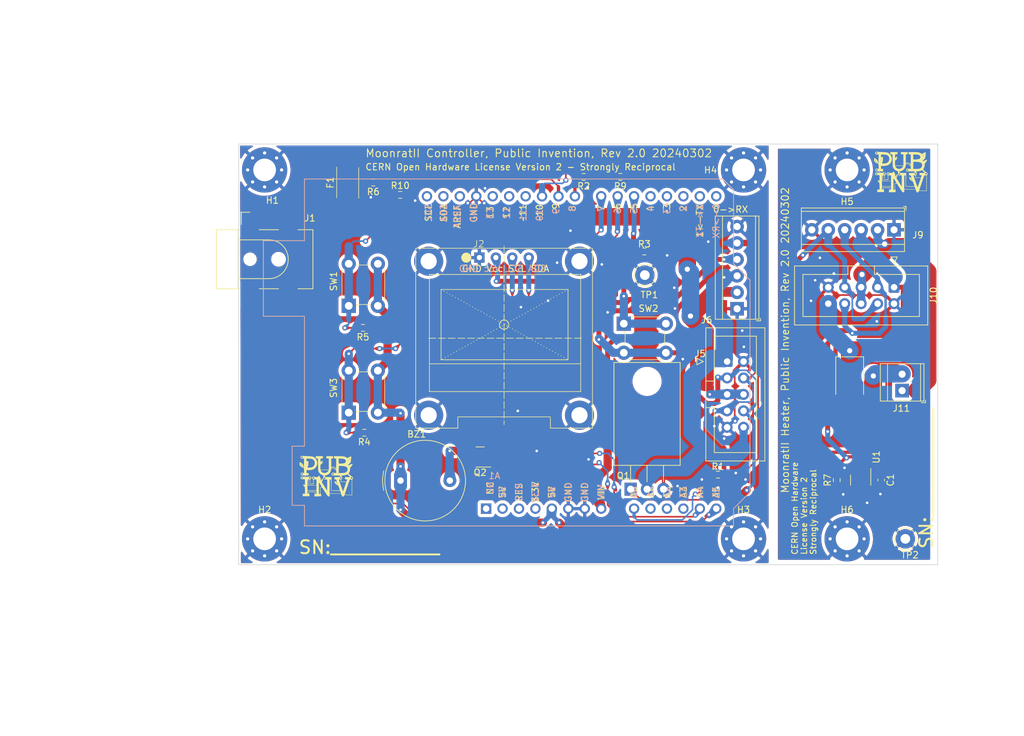
<source format=kicad_pcb>
(kicad_pcb (version 20240108) (generator "pcbnew") (generator_version "8.0")
  (title_block (title "MoonratII") (date "2023-11-20") (rev "1.0") (company "PublicInvention") (comment 1 "GNU Affero General Public License v3.0") (comment 2 "Designed by: Melanie Laporte"))
  (layers (0 "F.Cu" signal) (31 "B.Cu" signal) (34 "B.Paste" user) (35 "F.Paste" user) (36 "B.SilkS" user "B.Silkscreen") (37 "F.SilkS" user "F.Silkscreen") (38 "B.Mask" user) (39 "F.Mask" user) (44 "Edge.Cuts" user))
  (net 0 "")
  (net 5 "+5V")
  (net 6 "GND")
  (net 7 "VCC")
  (net 8 "TEMP_IN")
  (net 12 "SDA")
  (net 13 "SCL")
  (net 19 "BTN_SELECT")
  (net 20 "BTN_UP")
  (net 21 "BTN_DOWN")
  (net 22 "HEATER_ON")
  (net 23 "BUZZER_ON")
  (net 24 "Net-(A1-D8)")
  (net 25 "Net-(A1-D10)")
  (net 32 "HeaterDrive")
  (net 33 "Net-(BZ1-+)")
  (net 34 "Net-(F1-Pad2)")
  (net 35 "TempOut")
  (net 36 "Net-(D1-A)")
  (net 37 "Net-(Q2-G)")
  (net 38 "HeaterDrive_IB")
  (net 39 "GND1")
  (net 40 "VCCQ")
  (net 41 "+5P")
  (net 42 "TempOut_IB")
  (net 43 "Net-(U1-{slash}SHUTDOWN)")
  (footprint "GeneralPurposeAlarmDevicePCB:MountingHole_3.5mm_Pad_Via" (layer "F.Cu") (at 54 146)
    (property "Reference" "H2")
    (property "Value" "MountingHole_Pad_3.5mm")
  )
  (footprint "Resistor_SMD:R_0603_1608Metric_Pad0.98x0.95mm_HandSolder" (layer "F.Cu") (at 103.3 90.079714 180)
    (property "Reference" "R2")
    (property "Value" "DNI")
  )
  (footprint "TestPoint:TestPoint_Loop_D2.54mm_Drill1.5mm_Beaded" (layer "F.Cu") (at 153 146)
    (property "Reference" "TP2")
    (property "Value" "TP_GND")
  )
  (footprint "GeneralPurposeAlarmDevicePCB:Logo_PI_BandW_70percent_10x10" (layer "F.Cu") (at 63.5 136.525)
    (property "Reference" "G***" (hide yes))
    (property "Value" "LOGO" (hide yes))
  )
  (footprint "GeneralPurposeAlarmDevicePCB:Switch_Tactile_THT_6x6mm" (layer "F.Cu") (at 67 110 90)
    (property "Reference" "SW1")
    (property "Value" "6mm 2 Pin Tact NO Breadboard Friendly")
  )
  (footprint "GeneralPurposeAlarmDevicePCB:MountingHole_3.5mm_Pad_Via" (layer "F.Cu") (at 128 146)
    (property "Reference" "H3")
    (property "Value" "MountingHole_Pad_3.5mm")
  )
  (footprint "GeneralPurposeAlarmDevicePCB:1x6P 20A -40℃~+105℃ 300V Green 12~30 Straight pin 5.08mm 2.5 1 6 Plugin,P=5.08mm Screw terminal ROHS" (layer "F.Cu") (at 151.25 98.25 180)
    (property "Reference" "J9")
    (property "Value" "Screw_Terminal_01x06")
  )
  (footprint "Resistor_SMD:R_0603_1608Metric_Pad0.98x0.95mm_HandSolder" (layer "F.Cu") (at 142.4 136.929714 90)
    (property "Reference" "R7")
    (property "Value" "1R")
  )
  (footprint "Connector_IDC:IDC-Header_2x05_P2.54mm_Vertical" (layer "F.Cu") (at 151.25 107.125 -90)
    (property "Reference" "J10")
    (property "Value" "Conn_02x05_Odd_Even")
  )
  (footprint "GeneralPurposeAlarmDevicePCB:BarrelJack_CLIFF_FC681465S_SMT_Horizontal" (layer "F.Cu") (at 54.65 102.8)
    (property "Reference" "J1")
    (property "Value" "Barrel_Jack_Switch_SMT")
  )
  (footprint "Resistor_SMD:R_0603_1608Metric_Pad0.98x0.95mm_HandSolder" (layer "F.Cu") (at 74.9545 92.850714)
    (property "Reference" "R10")
    (property "Value" "10K")
  )
  (footprint "Resistor_SMD:R_0603_1608Metric_Pad0.98x0.95mm_HandSolder" (layer "F.Cu") (at 112.6725 101.6 180)
    (property "Reference" "R3")
    (property "Value" "1K")
  )
  (footprint "GeneralPurposeAlarmDevicePCB:Switch_Tactile_THT_6x6mm" (layer "F.Cu") (at 67 126.5 90)
    (property "Reference" "SW3")
    (property "Value" "6mm 2 Pin Tact NO Breadboard Friendly")
  )
  (footprint "GeneralPurposeAlarmDevicePCB:Fuse_BSMD_1812" (layer "F.Cu") (at 66.840707 90.964293 90)
    (property "Reference" "F1")
    (property "Value" "Polyfuse 6A")
  )
  (footprint "GeneralPurposeAlarmDevicePCB:1x6P 20A -40℃~+105℃ 300V Green 12~30 Straight pin 5.08mm 2.5 1 6 Plugin,P=5.08mm Screw terminal ROHS" (layer "F.Cu") (at 127 110.45 90)
    (property "Reference" "J6")
    (property "Value" "Screw_Terminal_01x06")
  )
  (footprint "TestPoint:TestPoint_Loop_D2.54mm_Drill1.5mm_Beaded" (layer "F.Cu") (at 112.749993 105.250005)
    (property "Reference" "TP1")
    (property "Value" "TP_GND")
  )
  (footprint "TerminalBlock_TE-Connectivity:TerminalBlock_TE_282834-2_1x02_P2.54mm_Horizontal" (layer "F.Cu") (at 152.5 123.099714 90)
    (property "Reference" "J11")
    (property "Value" "Screw_Terminal_01x02")
  )
  (footprint "GeneralPurposeAlarmDevicePCB:MountingHole_3.5mm_Pad_Via" (layer "F.Cu") (at 144 146)
    (property "Reference" "H6")
    (property "Value" "MountingHole_Pad_3.5mm")
  )
  (footprint "Package_TO_SOT_THT:TO-220-3_Horizontal_TabDown" (layer "F.Cu") (at 110.55 138.329714)
    (property "Reference" "Q1")
    (property "Value" "IRF540N")
  )
  (footprint "GeneralPurposeAlarmDevicePCB:MountingHole_3.5mm_Pad_Via" (layer "F.Cu") (at 128 89)
    (property "Reference" "H4")
    (property "Value" "MountingHole_Pad_3.5mm")
  )
  (footprint "GeneralPurposeAlarmDevicePCB:MountingHole_3.5mm_Pad_Via" (layer "F.Cu") (at 54 89)
    (property "Reference" "H1")
    (property "Value" "MountingHole_Pad_3.5mm")
  )
  (footprint "GeneralPurposeAlarmDevicePCB:Buzzer_12.2mm_9.7mm_7.62mm" (layer "F.Cu") (at 75 137)
    (property "Reference" "BZ1")
    (property "Value" "Buzzer_D12mm_H9.6mm_LS7.6mm")
  )
  (footprint "Resistor_SMD:R_0603_1608Metric_Pad0.98x0.95mm_HandSolder" (layer "F.Cu") (at 69.4 129.6 180)
    (property "Reference" "R4")
    (property "Value" "1K")
  )
  (footprint "GeneralPurposeAlarmDevicePCB:OLED_HS96L03W2C03_0.96_WithNuts" (layer "F.Cu") (at 91 115)
    (property "Reference" "J2")
    (property "Value" "HS96L03W2C03_0.96_Oled" (hide yes))
  )
  (footprint "GeneralPurposeAlarmDevicePCB:Switch_Tactile_THT_6x6mm" (layer "F.Cu") (at 109.5 112.75)
    (property "Reference" "SW2")
    (property "Value" "6mm 2 Pin Tact NO Breadboard Friendly")
  )
  (footprint "Diode_SMD:D_SMB" (layer "F.Cu") (at 144.4 121.53 -90)
    (property "Reference" "D1" (hide yes))
    (property "Value" "Schottky 2A")
  )
  (footprint "Resistor_SMD:R_0603_1608Metric_Pad0.98x0.95mm_HandSolder" (layer "F.Cu") (at 69.2 113.4 180)
    (property "Reference" "R5")
    (property "Value" "1K")
  )
  (footprint "GeneralPurposeAlarmDevicePCB:Logo_PI_BandW_70percent_10x10" (layer "F.Cu") (at 152.275427 89.535)
    (property "Reference" "G***" (hide yes))
    (property "Value" "LOGO" (hide yes))
  )
  (footprint "Resistor_SMD:R_0603_1608Metric_Pad0.98x0.95mm_HandSolder" (layer "F.Cu") (at 124.05 136.079714)
    (property "Reference" "R1")
    (property "Value" "1R")
  )
  (footprint "GeneralPurposeAlarmDevicePCB:MountingHole_3.5mm_Pad_Via" (layer "F.Cu") (at 144 89)
    (property "Reference" "H5")
    (property "Value" "MountingHole_Pad_3.5mm")
  )
  (footprint "Resistor_SMD:R_0603_1608Metric_Pad0.98x0.95mm_HandSolder" (layer "F.Cu") (at 108.9625 90.079714 180)
    (property "Reference" "R9")
    (property "Value" "1K")
  )
  (footprint "Capacitor_SMD:C_0603_1608Metric_Pad1.08x0.95mm_HandSolder" (layer "F.Cu") (at 149.273 136.919714 -90)
    (property "Reference" "C1")
    (property "Value" "0.1uF")
  )
  (footprint "Package_TO_SOT_SMD:SOT-23" (layer "F.Cu") (at 87.2975 133.35 180)
    (property "Reference" "Q2")
    (property "Value" "BSS138")
  )
  (footprint "Package_TO_SOT_SMD:SOT-23-5" (layer "F.Cu") (at 146.1 136.929714 -90)
    (property "Reference" "U1")
    (property "Value" "TMP36GRTZ-REEL7")
  )
  (footprint "Connector_IDC:IDC-Header_2x05_P2.54mm_Vertical" (layer "F.Cu") (at 125.46 118.6)
    (property "Reference" "J5")
    (property "Value" "Conn_02x05_Odd_Even")
  )
  (footprint "Resistor_SMD:R_0603_1608Metric_Pad0.98x0.95mm_HandSolder" (layer "F.Cu") (at 70.787 90.945714 180)
    (property "Reference" "R6")
    (property "Value" "1K")
  )
  (footprint "GeneralPurposeAlarmDevicePCB:Arduino_UNO_R3_NoMountingHoles3D_Text_Top_&_Bottom" (layer "B.Cu") (at 88.225 141.33)
    (property "Reference" "A1")
    (property "Value" "Arduino_UNO_R3")
  )
  (gr_line (start 50 150) (end 158 150) (stroke (width 0.1)) (layer "Edge.Cuts"))
  (gr_line (start 158 85) (end 50 85) (stroke (width 0.1)) (layer "Edge.Cuts"))
  (gr_line (start 50 85) (end 50 150) (stroke (width 0.1)) (layer "Edge.Cuts"))
  (gr_line (start 158 150) (end 158 85) (stroke (width 0.1)) (layer "Edge.Cuts"))
  (gr_text "MoonratII Heater, Public Invention, Rev 2.0 20240302" (at 135.1 139.029714 90) (layer "F.SilkS") (effects (font (size 1.143 1.143) (thickness 0.1524)) (justify left bottom)))
  (gr_text "SN:___________" (at 59.103 148.476714 0) (layer "F.SilkS") (effects (font (size 2 2) (thickness 0.3)) (justify left bottom)))
  (gr_text "SN:___________" (at 157.401 147.714714 90) (layer "F.SilkS") (effects (font (size 2 2) (thickness 0.3)) (justify left bottom)))
  (gr_text "CERN Open Hardware \nLicense Version 2 \nStrongly Reciprocal\n" (at 139.3 148.529714 90) (layer "F.SilkS") (effects (font (size 0.889 0.889)) (justify left bottom)))
  (gr_text "MoonratII Controller, Public Invention, Rev 2.0 20240302" (at 69.5 87.129714 0) (layer "F.SilkS") (effects (font (size 1.2192 1.2192) (thickness 0.1524)) (justify left bottom)))
  (gr_text "CERN Open Hardware License Version 2 - Strongly Reciprocal" (at 69.5 89.129714 0) (layer "F.SilkS") (effects (font (size 1 1)) (justify left bottom)))
  (segment (start 116 117.25) (end 119.129714 117.25) (width 0.762) (layer "F.Cu") (net 5))
  (segment (start 71.5 110) (end 73 111.5) (width 1.27) (layer "F.Cu") (net 5))
  (segment (start 73.2 118.8) (end 72.7 118.8) (width 1.27) (layer "F.Cu") (net 5))
  (segment (start 105.65 115.2) (end 105.65 109.531) (width 0.762) (layer "F.Cu") (net 5))
  (segment (start 122.55 144.829714) (end 122.3 144.829714) (width 0.762) (layer "F.Cu") (net 5))
  (segment (start 125 102.83) (end 123.549714 102.83) (width 0.762) (layer "F.Cu") (net 5))
  (segment (start 110.37663 109.010714) (end 109.906344 109.481) (width 0.762) (layer "F.Cu") (net 5))
  (segment (start 99.5 143.5) (end 100.829714 144.829714) (width 1.27) (layer "F.Cu") (net 5))
  (segment (start 126 141.379714) (end 122.55 144.829714) (width 0.762) (layer "F.Cu") (net 5))
  (segment (start 126 141) (end 128.5 138.5) (width 1.27) (layer "F.Cu") (net 5))
  (segment (start 89.8 106.2) (end 97.870286 106.2) (width 0.762) (layer "F.Cu") (net 5))
  (segment (start 123.549714 102.83) (end 117.369 109.010714) (width 0.762) (layer "F.Cu") (net 5))
  (segment (start 120.119 118.239286) (end 120.119 119.779868) (width 0.762) (layer "F.Cu") (net 5))
  (segment (start 100.829714 144.829714) (end 122.3 144.829714) (width 1.27) (layer "F.Cu") (net 5))
  (segment (start 124.019 124.610714) (end 124.019 121.000951) (width 0.762) (layer "F.Cu") (net 5))
  (segment (start 119.869 122.648714) (end 122.3 125.079714) (width 0.762) (layer "F.Cu") (net 5))
  (segment (start 122.3 125.079714) (end 123.55 125.079714) (width 0.762) (layer "F.Cu") (net 5))
  (segment (start 105.65 109.531) (end 105.6 109.481) (width 0.381) (layer "F.Cu") (net 5))
  (segment (start 75 141.5) (end 77 143.5) (width 1.27) (layer "F.Cu") (net 5))
  (segment (start 72.7 118.8) (end 71.5 120) (width 1.27) (layer "F.Cu") (net 5))
  (segment (start 97.870286 106.2) (end 101.151286 109.481) (width 0.762) (layer "F.Cu") (net 5))
  (segment (start 109.906344 109.481) (end 105.6 109.481) (width 0.762) (layer "F.Cu") (net 5))
  (segment (start 101.151286 109.481) (end 105.6 109.481) (width 0.762) (layer "F.Cu") (net 5))
  (segment (start 120.119 119.779868) (end 119.869 120.029868) (width 0.762) (layer "F.Cu") (net 5))
  (segment (start 75 130) (end 75 126.6) (width 1.27) (layer "F.Cu") (net 5))
  (segment (start 119.869 120.029868) (end 119.869 122.648714) (width 0.762) (layer "F.Cu") (net 5))
  (segment (start 119.129714 117.25) (end 120.119 118.239286) (width 0.762) (layer "F.Cu") (net 5))
  (segment (start 73 118.6) (end 73.2 118.8) (width 1.27) (layer "F.Cu") (net 5))
  (segment (start 123.55 125.079714) (end 124.019 124.610714) (width 0.762) (layer "F.Cu") (net 5))
  (segment (start 126 141) (end 126 141.379714) (width 0.762) (layer "F.Cu") (net 5))
  (segment (start 77 143.5) (end 97 143.5) (width 1.27) (layer "F.Cu") (net 5))
  (segment (start 117.369 109.010714) (end 110.37663 109.010714) (width 0.762) (layer "F.Cu") (net 5))
  (segment (start 75 134.8) (end 75 130) (width 1.27) (layer "F.Cu") (net 5))
  (segment (start 73 111.5) (end 73 118.6) (width 1.27) (layer "F.Cu") (net 5))
  (via (at 75 126.6) (size 0.8) (drill 0.4) (layers "F.Cu" "B.Cu") (net 5))
  (via (at 128.5 138.5) (size 0.8) (drill 0.4) (layers "F.Cu" "B.Cu") (net 5))
  (via (at 124.019 121.000951) (size 0.8) (drill 0.4) (layers "F.Cu" "B.Cu") (net 5))
  (via (at 75 134.8) (size 0.8) (drill 0.4) (layers "F.Cu" "B.Cu") (net 5))
  (via (at 125 102.83) (size 0.8) (drill 0.4) (layers "F.Cu" "B.Cu") (net 5))
  (via (at 99.5 143.5) (size 0.8) (drill 0.4) (layers "F.Cu" "B.Cu") (net 5))
  (via (at 105.65 115.2) (size 0.8) (drill 0.4) (layers "F.Cu" "B.Cu") (net 5))
  (via (at 89.8 106.2) (size 0.8) (drill 0.4) (layers "F.Cu" "B.Cu") (net 5))
  (via (at 97 143.5) (size 0.8) (drill 0.4) (layers "F.Cu" "B.Cu") (net 5))
  (via (at 75 141.5) (size 0.8) (drill 0.4) (layers "F.Cu" "B.Cu") (net 5))
  (segment (start 125 102.83) (end 127 102.83) (width 1) (layer "B.Cu") (net 5))
  (segment (start 71.5 120) (end 71.5 126.5) (width 1.27) (layer "B.Cu") (net 5))
  (segment (start 98.385 141.33) (end 98.385 142.115) (width 0.762) (layer "B.Cu") (net 5))
  (segment (start 89.8 106.2) (end 90 106) (width 0.762) (layer "B.Cu") (net 5))
  (segment (start 129.604 127.824) (end 128 126.22) (width 0.508) (layer "B.Cu") (net 5))
  (segment (start 125.873 121.14) (end 127.05 119.963) (width 0.762) (layer "B.Cu") (net 5))
  (segment (start 97 143.5) (end 98.385 142.115) (width 0.762) (layer "B.Cu") (net 5))
  (segment (start 125.46 121.14) (end 125.873 121.14) (width 0.762) (layer "B.Cu") (net 5))
  (segment (start 75 137) (end 75 141.5) (width 1.27) (layer "B.Cu") (net 5))
  (segment (start 99.5 143.5) (end 98.385 142.385) (width 0.762) (layer "B.Cu") (net 5))
  (segment (start 105.65 115.05) (end 107.85 117.25) (width 1.27) (layer "B.Cu") (net 5))
  (segment (start 125.46 121.14) (end 124.158049 121.14) (width 0.762) (layer "B.Cu") (net 5))
  (segment (start 90 106) (end 90 102.81) (width 0.762) (layer "B.Cu") (net 5))
  (segment (start 75 137) (end 75 134.8) (width 1.27) (layer "B.Cu") (net 5))
  (segment (start 128.5 138.5) (end 129.604 137.396) (width 0.508) (layer "B.Cu") (net 5))
  (segment (start 130 121.47547) (end 128.48753 119.963) (width 0.254) (layer "B.Cu") (net 5))
  (segment (start 98.385 142.385) (end 98.385 141.33) (width 0.762) (layer "B.Cu") (net 5))
  (segment (start 71.5 103.5) (end 71.5 110) (width 1.27) (layer "B.Cu") (net 5))
  (segment (start 129.604 137.396) (end 129.604 127.824) (width 0.508) (layer "B.Cu") (net 5))
  (segment (start 74.9 126.5) (end 75 126.6) (width 1.27) (layer "B.Cu") (net 5))
  (segment (start 109.5 117.25) (end 116 117.25) (width 1.27) (layer "B.Cu") (net 5))
  (segment (start 90 102.81) (end 89.73 102.54) (width 0.762) (layer "B.Cu") (net 5))
  (segment (start 71.5 126.5) (end 74.9 126.5) (width 1.27) (layer "B.Cu") (net 5))
  (segment (start 128.88 126.22) (end 128 126.22) (width 0.254) (layer "B.Cu") (net 5))
  (segment (start 128.48753 119.963) (end 127.05 119.963) (width 0.254) (layer "B.Cu") (net 5))
  (segment (start 130 125.1) (end 128.88 126.22) (width 0.508) (layer "B.Cu") (net 5))
  (segment (start 107.85 117.25) (end 109.5 117.25) (width 1.27) (layer "B.Cu") (net 5))
  (segment (start 124.158049 121.14) (end 124.019 121.000951) (width 0.762) (layer "B.Cu") (net 5))
  (segment (start 130 125.1) (end 130 121.47547) (width 0.254) (layer "B.Cu") (net 5))
  (segment (start 85.392 94.374714) (end 85.400286 94.374714) (width 0.25) (layer "F.Cu") (net 6))
  (segment (start 128 118.6) (end 126.635 119.965) (width 0.5) (layer "F.Cu") (net 6))
  (segment (start 126.42 127.8) (end 125.46 128.76) (width 0.25) (layer "F.Cu") (net 6))
  (segment (start 86.705 93.07) (end 87.755714 94.120714) (width 0.25) (layer "F.Cu") (net 6))
  (segment (start 126.635 127.735) (end 126.7 127.8) (width 0.25) (layer "F.Cu") (net 6))
  (segment (start 85.400286 94.374714) (end 86.705 93.07) (width 0.25) (layer "F.Cu") (net 6))
  (segment (start 87.755714 94.120714) (end 87.931998 94.120714) (width 0.25) (layer "F.Cu") (net 6))
  (segment (start 126.635 119.965) (end 126.635 127.735) (width 0.25) (layer "F.Cu") (net 6))
  (segment (start 126.7 127.8) (end 126.42 127.8) (width 0.25) (layer "F.Cu") (net 6))
  (via (at 126.7 127.8) (size 0.8) (drill 0.4) (layers "F.Cu" "B.Cu") (net 6))
  (via (at 97.8 109.2) (size 0.8) (drill 0.4) (layers "F.Cu" "B.Cu") (net 6))
  (via (at 104.05 133.725) (size 0.8) (drill 0.4) (layers "F.Cu" "B.Cu") (net 6))
  (via (at 103.934 91.707714) (size 0.8) (drill 0.4) (layers "F.Cu" "B.Cu") (net 6))
  (via (at 93.12 126.229714) (size 0.8) (drill 0.4) (layers "F.Cu" "B.Cu") (net 6))
  (via (at 87.931998 94.120714) (size 0.8) (drill 0.4) (layers "F.Cu" "B.Cu") (net 6))
  (via (at 118.616155 118.231) (size 0.8) (drill 0.4) (layers "F.Cu" "B.Cu") (net 6))
  (via (at 107 111) (size 0.8) (drill 0.4) (layers "F.Cu" "B.Cu") (net 6))
  (via (at 125 130.5) (size 0.8) (drill 0.4) (layers "F.Cu" "B.Cu") (net 6))
  (via (at 117.8 137.829714) (size 0.8) (drill 0.4) (layers "F.Cu" "B.Cu") (net 6))
  (via (at 77.264 93.739714) (size 0.8) (drill 0.4) (layers "F.Cu" "B.Cu") (net 6))
  (via (at 116.2 102.2) (size 0.8) (drill 0.4) (layers "F.Cu" "B.Cu") (net 6))
  (via (at 128.3 136.829714) (size 0.8) (drill 0.4) (layers "F.Cu" "B.Cu") (net 6))
  (via (at 121.55 136.829714) (size 0.8) (drill 0.4) (layers "F.Cu" "B.Cu") (net 6))
  (via (at 96.04 132.419714) (size 0.8) (drill 0.4) (layers "F.Cu" "B.Cu") (net 6))
  (via (at 85.392 94.120714) (size 0.8) (drill 0.4) (layers "F.Cu" "B.Cu") (net 6))
  (via (at 122.55 100.079714) (size 0.8) (drill 0.4) (layers "F.Cu" "B.Cu") (net 6))
  (via (at 117.4 110.4) (size 0.8) (drill 0.4) (layers "F.Cu" "B.Cu") (net 6))
  (via (at 88.059 91.834714) (size 0.8) (drill 0.4) (layers "F.Cu" "B.Cu") (net 6))
  (via (at 99.2 103.329714) (size 0.8) (drill 0.4) (layers "F.Cu" "B.Cu") (net 6))
  (via (at 106.1 103.6) (size 0.8) (drill 0.4) (layers "F.Cu" "B.Cu") (net 6))
  (via (at 117.3 107.2) (size 0.8) (drill 0.4) (layers "F.Cu" "B.Cu") (net 6))
  (via (at 127.8 113.829714) (size 0.8) (drill 0.4) (layers "F.Cu" "B.Cu") (net 6))
  (via (at 93.6 110.2) (size 0.8) (drill 0.4) (layers "F.Cu" "B.Cu") (net 6))
  (via (at 101.250879 98.384281) (size 0.8) (drill 0.4) (layers "F.Cu" "B.Cu") (net 6))
  (via (at 70.406 93.231714) (size 0.8) (drill 0.4) (layers "F.Cu" "B.Cu") (net 6))
  (via (at 126.8 135.829714) (size 0.8) (drill 0.4) (layers "F.Cu" "B.Cu") (net 6))
  (via (at 128.05 116.329714) (size 0.8) (drill 0.4) (layers "F.Cu" "B.Cu") (net 6))
  (via (at 124.05 138.079714) (size 0.8) (drill 0.4) (layers "F.Cu" "B.Cu") (net 6))
  (via (at 123.489658 128.574284) (size 0.8) (drill 0.4) (layers "F.Cu" "B.Cu") (net 6))
  (segment (start 117.79 138.329714) (end 115.63 138.329714) (width 0.25) (layer "B.Cu") (net 6))
  (segment (start 109.649 139.840714) (end 117.777 139.840714) (width 0.25) (layer "B.Cu") (net 6))
  (segment (start 103.426 143.650714) (end 104.061 144.285714) (width 0.25) (layer "B.Cu") (net 6))
  (segment (start 108.252 141.237714) (end 109.649 139.840714) (width 0.25) (layer "B.Cu") (net 6))
  (segment (start 107.744 144.285714) (end 108.252 143.777714) (width 0.25) (layer "B.Cu") (net 6))
  (segment (start 118.285 139.332714) (end 118.285 138.824714) (width 0.25) (layer "B.Cu") (net 6))
  (segment (start 117.777 139.840714) (end 118.285 139.332714) (width 0.25) (layer "B.Cu") (net 6))
  (segment (start 104.061 144.285714) (end 107.744 144.285714) (width 0.25) (layer "B.Cu") (net 6))
  (segment (start 108.252 143.777714) (end 108.252 141.237714) (width 0.25) (layer "B.Cu") (net 6))
  (segment (start 118.285 138.824714) (end 117.79 138.329714) (width 0.25) (layer "B.Cu") (net 6))
  (segment (start 103.465 143.611714) (end 103.426 143.650714) (width 0.25) (layer "B.Cu") (net 6))
  (segment (start 103.465 141.33) (end 103.465 143.611714) (width 0.25) (layer "B.Cu") (net 6))
  (segment (start 107 135.005) (end 107 131.769714) (width 1.27) (layer "F.Cu") (net 7))
  (segment (start 119.8 111.579714) (end 123.529714 107.85) (width 2.7) (layer "F.Cu") (net 7))
  (segment (start 122.05 113.930934) (end 122.05 121.829714) (width 2.7) (layer "F.Cu") (net 7))
  (segment (start 107 132) (end 107 116.2) (width 0.762) (layer "F.Cu") (net 7))
  (segment (start 126.94 107.85) (end 127 107.91) (width 1.27) (layer "F.Cu") (net 7))
  (segment (start 119.8 111.680934) (end 122.05 113.930934) (width 2.7) (layer "F.Cu") (net 7))
  (segment (start 108.2 115) (end 121.8 115) (width 0.762) (layer "F.Cu") (net 7))
  (segment (start 122 114.8) (end 121.8 115) (width 0.508) (layer "F.Cu") (net 7))
  (segment (start 123.529714 107.85) (end 126.94 107.85) (width 1.5) (layer "F.Cu") (net 7))
  (segment (start 105.32 136.685) (end 105.32 140.645) (width 0.762) (layer "F.Cu") (net 7))
  (segment (start 106.005 136) (end 105.32 136.685) (width 0.762) (layer "F.Cu") (net 7))
  (segment (start 107 116.2) (end 108.2 115) (width 0.762) (layer "F.Cu") (net 7))
  (segment (start 115.617284 96.246998) (end 119.309576 99.93929) (width 2.7) (layer "F.Cu") (net 7))
  (segment (start 66.840707 93.429293) (end 69.658412 96.246998) (width 2.7) (layer "F.Cu") (net 7))
  (segment (start 105.32 140.645) (end 106.005 141.33) (width 0.762) (layer "F.Cu") (net 7))
  (segment (start 69.658412 96.246998) (end 115.617284 96.246998) (width 2.7) (layer "F.Cu") (net 7))
  (segment (start 119.8 111.579714) (end 119.8 111.680934) (width 2.7) (layer "F.Cu") (net 7))
  (segment (start 106.005 136) (end 107 135.005) (width 1.27) (layer "F.Cu") (net 7))
  (segment (start 119.309576 99.93929) (end 119.309576 104.33929) (width 2.7) (layer "F.Cu") (net 7))
  (segment (start 122.784 123.68) (end 122.784 122.563714) (width 1.27) (layer "F.Cu") (net 7))
  (segment (start 122.784 122.563714) (end 122.05 121.829714) (width 1.27) (layer "F.Cu") (net 7))
  (via (at 119.8 111.579714) (size 1.2) (drill 0.8) (layers "F.Cu" "B.Cu") (net 7))
  (via (at 122.784 123.68) (size 0.8) (drill 0.4) (layers "F.Cu" "B.Cu") (net 7))
  (via (at 119.309576 104.33929) (size 1.2) (drill 0.8) (layers "F.Cu" "B.Cu") (net 7))
  (segment (start 125.46 123.68) (end 125.499 123.641) (width 1.27) (layer "B.Cu") (net 7))
  (segment (start 125.46 123.68) (end 122.784 123.68) (width 1.27) (layer "B.Cu") (net 7))
  (segment (start 127.961 123.641) (end 128 123.68) (width 1.27) (layer "B.Cu") (net 7))
  (segment (start 119.8 111.579714) (end 119.8 104.829714) (width 2.7) (layer "B.Cu") (net 7))
  (segment (start 119.8 104.829714) (end 119.309576 104.33929) (width 2.7) (layer "B.Cu") (net 7))
  (segment (start 125.499 123.641) (end 127.961 123.641) (width 1.27) (layer "B.Cu") (net 7))
  (segment (start 120.8875 139.079714) (end 120.55 139.079714) (width 0.25) (layer "F.Cu") (net 8))
  (segment (start 123.1375 136.829714) (end 120.8875 139.079714) (width 0.25) (layer "F.Cu") (net 8))
  (segment (start 123.1375 136.079714) (end 123.1375 136.829714) (width 0.25) (layer "F.Cu") (net 8))
  (via (at 120.55 139.079714) (size 0.8) (drill 0.4) (layers "F.Cu" "B.Cu") (net 8))
  (segment (start 120.12 141.505991) (end 120.12 139.509714) (width 0.25) (layer "B.Cu") (net 8))
  (segment (start 118.546277 143.079714) (end 120.12 141.505991) (width 0.25) (layer "B.Cu") (net 8))
  (segment (start 111.085 142.614714) (end 111.085 141.33) (width 0.508) (layer "B.Cu") (net 8))
  (segment (start 120.12 139.509714) (end 120.55 139.079714) (width 0.25) (layer "B.Cu") (net 8))
  (segment (start 111.55 143.079714) (end 111.085 142.614714) (width 0.25) (layer "B.Cu") (net 8))
  (segment (start 118.546277 143.079714) (end 111.55 143.079714) (width 0.25) (layer "B.Cu") (net 8))
  (segment (start 109.8 142.579714) (end 120.3 142.579714) (width 0.25) (layer "F.Cu") (net 12))
  (segment (start 108 138) (end 108 139.029714) (width 0.25) (layer "F.Cu") (net 12))
  (segment (start 94.81 126.979714) (end 100.62973 132.799444) (width 0.25) (layer "F.Cu") (net 12))
  (segment (start 94.81 107.6) (end 94.81 126.979714) (width 0.25) (layer "F.Cu") (net 12))
  (segment (start 120.3 142.579714) (end 120.55 142.329714) (width 0.25) (layer "F.Cu") (net 12))
  (segment (start 108 140.779714) (end 109.8 142.579714) (width 0.25) (layer "F.Cu") (net 12))
  (segment (start 108 139.029714) (end 108 140.779714) (width 0.25) (layer "F.Cu") (net 12))
  (segment (start 100.62973 132.799444) (end 105.765 132.799444) (width 0.25) (layer "F.Cu") (net 12))
  (via (at 120.55 142.329714) (size 0.8) (drill 0.4) (layers "F.Cu" "B.Cu") (net 12))
  (via (at 108 138) (size 0.8) (drill 0.4) (layers "F.Cu" "B.Cu") (net 12))
  (via (at 105.765 132.799444) (size 0.8) (drill 0.4) (layers "F.Cu" "B.Cu") (net 12))
  (via (at 94.81 107.6) (size 0.8) (drill 0.4) (layers "F.Cu" "B.Cu") (net 12))
  (segment (start 121.245 141.634714) (end 120.55 142.329714) (width 0.762) (layer "B.Cu") (net 12))
  (segment (start 108 133.75) (end 107.049444 132.799444) (width 0.25) (layer "B.Cu") (net 12))
  (segment (start 94.81 102.54) (end 94.81 107.6) (width 0.762) (layer "B.Cu") (net 12))
  (segment (start 121.245 141.33) (end 121.245 141.634714) (width 0.762) (layer "B.Cu") (net 12))
  (segment (start 107.049444 132.799444) (end 105.765 132.799444) (width 0.25) (layer "B.Cu") (net 12))
  (segment (start 108 138) (end 108 133.75) (width 0.25) (layer "B.Cu") (net 12))
  (segment (start 122.66 142.2655) (end 121.595786 143.329714) (width 0.25) (layer "F.Cu") (net 13))
  (segment (start 109.55 143.329714) (end 107 140.779714) (width 0.25) (layer "F.Cu") (net 13))
  (segment (start 105.409714 134.5) (end 105.68 134.229714) (width 0.25) (layer "F.Cu") (net 13))
  (segment (start 97.014981 134.5) (end 105.409714 134.5) (width 0.25) (layer "F.Cu") (net 13))
  (segment (start 107 140.779714) (end 107 137.5) (width 0.25) (layer "F.Cu") (net 13))
  (segment (start 121.595786 143.329714) (end 109.55 143.329714) (width 0.25) (layer "F.Cu") (net 13))
  (segment (start 92.27 129.755019) (end 97.014981 134.5) (width 0.25) (layer "F.Cu") (net 13))
  (segment (start 92.27 107.6) (end 92.27 129.755019) (width 0.25) (layer "F.Cu") (net 13))
  (via (at 107 137.5) (size 0.8) (drill 0.4) (layers "F.Cu" "B.Cu") (net 13))
  (via (at 105.68 134.229714) (size 0.8) (drill 0.4) (layers "F.Cu" "B.Cu") (net 13))
  (via (at 92.27 107.6) (size 0.8) (drill 0.4) (layers "F.Cu" "B.Cu") (net 13))
  (via (at 122.66 142.2655) (size 0.8) (drill 0.4) (layers "F.Cu" "B.Cu") (net 13))
  (segment (start 123.785 141.33) (end 122.66 142.455) (width 0.762) (layer "B.Cu") (net 13))
  (segment (start 107 137.5) (end 107 135.549714) (width 0.25) (layer "B.Cu") (net 13))
  (segment (start 92.27 107.6) (end 92.27 102.54) (width 0.762) (layer "B.Cu") (net 13))
  (segment (start 107 135.549714) (end 105.68 134.229714) (width 0.25) (layer "B.Cu") (net 13))
  (segment (start 111.76 101.6) (end 109.5 101.6) (width 0.381) (layer "F.Cu") (net 19))
  (segment (start 109.5 101.6) (end 109.5 108.5) (width 0.762) (layer "F.Cu") (net 19))
  (segment (start 110.999997 100.100003) (end 110.999997 98.819717) (width 0.762) (layer "F.Cu") (net 19))
  (segment (start 109.5 101.6) (end 110.999997 100.100003) (width 0.762) (layer "F.Cu") (net 19))
  (via (at 110.999997 98.819717) (size 0.8) (drill 0.4) (layers "F.Cu" "B.Cu") (net 19))
  (via (at 109.5 108.5) (size 0.8) (drill 0.4) (layers "F.Cu" "B.Cu") (net 19))
  (segment (start 109.5 112.75) (end 116 112.75) (width 1.27) (layer "B.Cu") (net 19))
  (segment (start 111.085 93.07) (end 111.085 98.734714) (width 0.762) (layer "B.Cu") (net 19))
  (segment (start 111.085 98.734714) (end 110.999997 98.819717) (width 0.762) (layer "B.Cu") (net 19))
  (segment (start 109.5 108.5) (end 109.5 112.75) (width 1.27) (layer "B.Cu") (net 19))
  (segment (start 108.5 99.029714) (end 108.5 98.519712) (width 0.254) (layer "F.Cu") (net 20))
  (segment (start 67.8 116.6) (end 71.7655 116.6) (width 0.25) (layer "F.Cu") (net 20))
  (segment (start 77.266433 99.563281) (end 75.8 101.029714) (width 0.25) (layer "F.Cu") (net 20))
  (segment (start 107.966433 99.563281) (end 77.266433 99.563281) (width 0.25) (layer "F.Cu") (net 20))
  (segment (start 108.5 99.029714) (end 107.966433 99.563281) (width 0.25) (layer "F.Cu") (net 20))
  (segment (start 67 117.4) (end 67.8 116.6) (width 0.25) (layer "F.Cu") (net 20))
  (segment (start 68.4875 129.6) (end 66.6 129.6) (width 0.25) (layer "F.Cu") (net 20))
  (segment (start 75.8 115.0345) (end 74.2345 116.6) (width 0.25) (layer "F.Cu") (net 20))
  (segment (start 75.8 101.029714) (end 75.8 115.0345) (width 0.25) (layer "F.Cu") (net 20))
  (via (at 67 117.4) (size 0.8) (drill 0.4) (layers "F.Cu" "B.Cu") (net 20))
  (via (at 108.5 98.519712) (size 0.8) (drill 0.4) (layers "F.Cu" "B.Cu") (net 20))
  (via (at 74.2345 116.6) (size 0.8) (drill 0.4) (layers "F.Cu" "B.Cu") (net 20))
  (via (at 71.7655 116.6) (size 0.8) (drill 0.4) (layers "F.Cu" "B.Cu") (net 20))
  (via (at 66.6 129.6) (size 0.8) (drill 0.4) (layers "F.Cu" "B.Cu") (net 20))
  (segment (start 67 117.4) (end 67 120) (width 1.27) (layer "B.Cu") (net 20))
  (segment (start 66.6 129.6) (end 67 129.2) (width 0.25) (layer "B.Cu") (net 20))
  (segment (start 67 120) (end 67 126.5) (width 1.27) (layer "B.Cu") (net 20))
  (segment (start 108.5 98.519712) (end 108.545 98.474712) (width 0.762) (layer "B.Cu") (net 20))
  (segment (start 67 129.2) (end 67 126.5) (width 0.762) (layer "B.Cu") (net 20))
  (segment (start 108.545 98.474712) (end 108.545 93.07) (width 0.762) (layer "B.Cu") (net 20))
  (segment (start 71.7655 116.6) (end 74.2345 116.6) (width 0.25) (layer "B.Cu") (net 20))
  (segment (start 105.148433 99.111281) (end 105.98 98.279714) (width 0.254) (layer "F.Cu") (net 21))
  (segment (start 66.4 113.4) (end 68.2875 113.4) (width 0.25) (layer "F.Cu") (net 21))
  (segment (start 70.488719 99.111281) (end 105.148433 99.111281) (width 0.254) (layer "F.Cu") (net 21))
  (segment (start 69.6 100) (end 70.488719 99.111281) (width 0.254) (layer "F.Cu") (net 21))
  (via (at 69.6 100) (size 0.8) (drill 0.4) (layers "F.Cu" "B.Cu") (net 21))
  (via (at 66.4 113.4) (size 0.8) (drill 0.4) (layers "F.Cu" "B.Cu") (net 21))
  (via (at 105.98 98.279714) (size 0.8) (drill 0.4) (layers "F.Cu" "B.Cu") (net 21))
  (segment (start 67 103.5) (end 67 100.8) (width 1.27) (layer "B.Cu") (net 21))
  (segment (start 67 112.2) (end 67 110) (width 0.762) (layer "B.Cu") (net 21))
  (segment (start 67 112.8) (end 67 112.2) (width 0.25) (layer "B.Cu") (net 21))
  (segment (start 67.8 100) (end 69.6 100) (width 0.254) (layer "B.Cu") (net 21))
  (segment (start 67 100.8) (end 67.8 100) (width 0.254) (layer "B.Cu") (net 21))
  (segment (start 106.005 98.254714) (end 106.005 93.07) (width 0.762) (layer "B.Cu") (net 21))
  (segment (start 105.98 98.279714) (end 106.005 98.254714) (width 0.762) (layer "B.Cu") (net 21))
  (segment (start 67 103.5) (end 67 110) (width 1.27) (layer "B.Cu") (net 21))
  (segment (start 66.4 113.4) (end 67 112.8) (width 0.25) (layer "B.Cu") (net 21))
  (segment (start 110.55 138.329714) (end 110.55 138.377214) (width 0.25) (layer "F.Cu") (net 22))
  (segment (start 105.2125 91.079714) (end 104.2125 90.079714) (width 0.25) (layer "F.Cu") (net 22))
  (segment (start 124.05 91.079714) (end 109.8 91.079714) (width 0.25) (layer "F.Cu") (net 22))
  (segment (start 112.1405 139.967714) (end 123.886695 139.967714) (width 0.25) (layer "F.Cu") (net 22))
  (segment (start 110.55 138.377214) (end 112.1405 139.967714) (width 0.25) (layer "F.Cu") (net 22))
  (segment (start 109.875 90.079714) (end 109.875 91.004714) (width 0.25) (layer "F.Cu") (net 22))
  (segment (start 130.252 97.281714) (end 124.05 91.079714) (width 0.25) (layer "F.Cu") (net 22))
  (segment (start 123.886695 139.967714) (end 130.252 133.602409) (width 0.25) (layer "F.Cu") (net 22))
  (segment (start 109.8 91.079714) (end 105.2125 91.079714) (width 0.25) (layer "F.Cu") (net 22))
  (segment (start 130.252 133.602409) (end 130.252 97.281714) (width 0.25) (layer "F.Cu") (net 22))
  (segment (start 109.875 91.004714) (end 109.8 91.079714) (width 0.25) (layer "F.Cu") (net 22))
  (segment (start 74.042 92.850714) (end 74.042 92.008714) (width 0.25) (layer "F.Cu") (net 23))
  (segment (start 71.6995 92.112214) (end 72.438 92.850714) (width 0.25) (layer "F.Cu") (net 23))
  (segment (start 98.263 90.437714) (end 99.405 91.579714) (width 0.25) (layer "F.Cu") (net 23))
  (segment (start 74.042 92.008714) (end 75.613 90.437714) (width 0.25) (layer "F.Cu") (net 23))
  (segment (start 75.613 90.437714) (end 98.263 90.437714) (width 0.25) (layer "F.Cu") (net 23))
  (segment (start 72.438 92.850714) (end 74.042 92.850714) (width 0.25) (layer "F.Cu") (net 23))
  (segment (start 99.405 93.07) (end 99.405 91.579714) (width 0.508) (layer "F.Cu") (net 23))
  (segment (start 71.6995 90.945714) (end 71.6995 92.112214) (width 0.25) (layer "F.Cu") (net 23))
  (segment (start 101.945 90.522214) (end 101.945 91.829714) (width 0.25) (layer "F.Cu") (net 24))
  (segment (start 101.945 93.07) (end 101.945 91.829714) (width 0.508) (layer "F.Cu") (net 24))
  (segment (start 102.3875 90.079714) (end 101.945 90.522214) (width 0.25) (layer "F.Cu") (net 24))
  (segment (start 101.05 88.829714) (end 107.05 88.829714) (width 0.25) (layer "F.Cu") (net 25))
  (segment (start 100.55 90.579714) (end 100.55 89.329714) (width 0.25) (layer "F.Cu") (net 25))
  (segment (start 100.55 89.329714) (end 101.05 88.829714) (width 0.25) (layer "F.Cu") (net 25))
  (segment (start 107.05 88.829714) (end 107.85 89.629714) (width 0.25) (layer "F.Cu") (net 25))
  (segment (start 107.85 89.629714) (end 108.05 89.629714) (width 0.25) (layer "F.Cu") (net 25))
  (via (at 100.55 90.579714) (size 0.8) (drill 0.4) (layers "F.Cu" "B.Cu") (net 25))
  (segment (start 96.865 91.514714) (end 97.3 91.079714) (width 0.25) (layer "B.Cu") (net 25))
  (segment (start 96.865 93.07) (end 96.865 91.514714) (width 1) (layer "B.Cu") (net 25))
  (segment (start 97.3 91.079714) (end 100.05 91.079714) (width 0.25) (layer "B.Cu") (net 25))
  (segment (start 100.05 91.079714) (end 100.55 90.579714) (width 0.25) (layer "B.Cu") (net 25))
  (via (at 125 105.6) (size 0.8) (drill 0.4) (layers "F.Cu" "B.Cu") (net 32))
  (segment (start 122 131.5) (end 123.9 133.4) (width 2.7) (layer "B.Cu") (net 32))
  (segment (start 125.46 118.599998) (end 125.000002 118.14) (width 1.27) (layer "B.Cu") (net 32))
  (segment (start 125.05 112.829714) (end 125 112.829708) (width 2.7) (layer "B.Cu") (net 32))
  (segment (start 125.23 105.37) (end 125 105.6) (width 0.381) (layer "B.Cu") (net 32))
  (segment (start 128 128.76) (end 128 131.879714) (width 1.27) (layer "B.Cu") (net 32))
  (segment (start 123.55 106.829714) (end 123.770286 106.829714) (width 2.7) (layer "B.Cu") (net 32))
  (segment (start 127 105.37) (end 125.23 105.37) (width 1.27) (layer "B.Cu") (net 32))
  (segment (start 120.05 129.55) (end 120.05 121.079714) (width 2.7) (layer "B.Cu") (net 32))
  (segment (start 126.479714 133.4) (end 127.8 132.079714) (width 2.7) (layer "B.Cu") (net 32))
  (segment (start 122.989714 118.14) (end 125.000002 118.14) (width 2.7) (layer "B.Cu") (net 32))
  (segment (start 114.629714 135) (end 113.09 136.539714) (width 2.7) (layer "B.Cu") (net 32))
  (segment (start 128 131.879714) (end 127.8 132.079714) (width 0.762) (layer "B.Cu") (net 32))
  (segment (start 122 131.5) (end 120.05 129.55) (width 2.7) (layer "B.Cu") (net 32))
  (segment (start 113.09 136.539714) (end 113.09 138.329714) (width 1.27) (layer "B.Cu") (net 32))
  (segment (start 125.46 118.6) (end 125.46 118.599998) (width 1.27) (layer "B.Cu") (net 32))
  (segment (start 123.55 111.329714) (end 123.55 106.829714) (width 2.7) (layer "B.Cu") (net 32))
  (segment (start 123.770286 106.829714) (end 125 105.6) (width 2.7) (layer "B.Cu") (net 32))
  (segment (start 119 135) (end 114.629714 135) (width 2.7) (layer "B.Cu") (net 32))
  (segment (start 125.05 112.829714) (end 123.55 111.329714) (width 2.7) (layer "B.Cu") (net 32))
  (segment (start 125 118.14) (end 125.05 112.829714) (width 2.7) (layer "B.Cu") (net 32))
  (segment (start 122 132) (end 122 131.5) (width 0.762) (layer "B.Cu") (net 32))
  (segment (start 122 132) (end 119 135) (width 2.7) (layer "B.Cu") (net 32))
  (segment (start 120.05 121.079714) (end 122.989714 118.14) (width 2.7) (layer "B.Cu") (net 32))
  (segment (start 123.9 133.4) (end 126.479714 133.4) (width 2.7) (layer "B.Cu") (net 32))
  (segment (start 82.6 132.4) (end 85.41 132.4) (width 1.27) (layer "F.Cu") (net 33))
  (segment (start 85.41 132.4) (end 86.36 133.35) (width 0.508) (layer "F.Cu") (net 33))
  (via (at 82.6 132.4) (size 0.8) (drill 0.4) (layers "F.Cu" "B.Cu") (net 33))
  (segment (start 82.62 137) (end 82.6 136.98) (width 1.27) (layer "B.Cu") (net 33))
  (segment (start 82.6 136.98) (end 82.6 132.4) (width 1.27) (layer "B.Cu") (net 33))
  (segment (start 51.65 97.3) (end 57.65 97.3) (width 2.7) (layer "F.Cu") (net 34))
  (segment (start 61 90.2) (end 62.7 88.5) (width 2.7) (layer "F.Cu") (net 34))
  (segment (start 57.65 94.85) (end 61 91.5) (width 2.7) (layer "F.Cu") (net 34))
  (segment (start 57.65 97.3) (end 57.65 94.85) (width 2.7) (layer "F.Cu") (net 34))
  (segment (start 62.7 88.5) (end 66.84 88.5) (width 2.7) (layer "F.Cu") (net 34))
  (segment (start 61 91.5) (end 61 90.2) (width 2.7) (layer "F.Cu") (net 34))
  (segment (start 122.05 129.329714) (end 124.639286 131.919) (width 0.508) (layer "F.Cu") (net 35))
  (segment (start 128.510286 100.29) (end 127 100.29) (width 1) (layer "F.Cu") (net 35))
  (segment (start 122.05 127.95) (end 122.05 129.329714) (width 0.508) (layer "F.Cu") (net 35))
  (segment (start 128 121.14) (end 128.989714 121.14) (width 0.508) (layer "F.Cu") (net 35))
  (segment (start 123.5 126.5) (end 122.05 127.95) (width 0.508) (layer "F.Cu") (net 35))
  (segment (start 129.8 120.329714) (end 129.8 101.579714) (width 0.254) (layer "F.Cu") (net 35))
  (segment (start 124.962498 131.962498) (end 124.962498 136.079712) (width 0.762) (layer "F.Cu") (net 35))
  (segment (start 124.962498 136.079712) (end 124.9625 136.079714) (width 0.762) (layer "F.Cu") (net 35))
  (segment (start 124.919 131.919) (end 124.962498 131.962498) (width 0.762) (layer "F.Cu") (net 35))
  (segment (start 128.989714 121.14) (end 129.8 120.329714) (width 0.254) (layer "F.Cu") (net 35))
  (segment (start 124.639286 131.919) (end 124.919 131.919) (width 0.508) (layer "F.Cu") (net 35))
  (segment (start 129.8 101.579714) (end 128.510286 100.29) (width 0.254) (layer "F.Cu") (net 35))
  (via (at 123.6 126.2) (size 0.8) (drill 0.4) (layers "F.Cu" "B.Cu") (net 35))
  (segment (start 128 121.14) (end 128.14 121.14) (width 0.508) (layer "B.Cu") (net 35))
  (segment (start 129.5 122.5) (end 129.5 124.5) (width 0.254) (layer "B.Cu") (net 35))
  (segment (start 129.5 124.5) (end 129.143 124.857) (width 0.254) (layer "B.Cu") (net 35))
  (segment (start 128.14 121.14) (end 129.1 122.1) (width 0.508) (layer "B.Cu") (net 35))
  (segment (start 123.78 126.22) (end 123.8 126.2) (width 0.508) (layer "B.Cu") (net 35))
  (segment (start 129.143 124.857) (end 126.823 124.857) (width 0.254) (layer "B.Cu") (net 35))
  (segment (start 129.1 122.1) (end 129.5 122.5) (width 0.254) (layer "B.Cu") (net 35))
  (segment (start 123.8 126.2) (end 123.6 126.2) (width 0.508) (layer "B.Cu") (net 35))
  (segment (start 125.46 126.22) (end 123.78 126.22) (width 0.762) (layer "B.Cu") (net 35))
  (segment (start 126.823 124.857) (end 125.46 126.22) (width 0.762) (layer "B.Cu") (net 35))
  (segment (start 146.449714 123.68) (end 148.05 122.079714) (width 2.7) (layer "F.Cu") (net 36))
  (segment (start 148.05 122.079714) (end 148.05 120.829714) (width 2.7) (layer "F.Cu") (net 36))
  (segment (start 144.4 123.68) (end 146.449714 123.68) (width 2.7) (layer "F.Cu") (net 36))
  (via (at 148.05 120.829714) (size 1.2) (drill 0.8) (layers "F.Cu" "B.Cu") (net 36))
  (segment (start 148.05 120.829714) (end 148.38 120.499714) (width 2.7) (layer "B.Cu") (net 36))
  (segment (start 148.38 120.499714) (end 152.5 120.499714) (width 2.7) (layer "B.Cu") (net 36))
  (segment (start 62.4 93) (end 64.4 91) (width 0.25) (layer "F.Cu") (net 37))
  (segment (start 77.397646 142.54) (end 75.397646 140.54) (width 0.25) (layer "F.Cu") (net 37))
  (segment (start 75.397646 140.54) (end 72.34 140.54) (width 0.25) (layer "F.Cu") (net 37))
  (segment (start 62.4 130.6) (end 62.4 93) (width 0.25) (layer "F.Cu") (net 37))
  (segment (start 72.34 140.54) (end 62.4 130.6) (width 0.25) (layer "F.Cu") (net 37))
  (segment (start 64.4 91) (end 69.820214 91) (width 0.25) (layer "F.Cu") (net 37))
  (segment (start 88.235 134.3) (end 88.235 138.565) (width 0.25) (layer "F.Cu") (net 37))
  (segment (start 84.26 142.54) (end 77.397646 142.54) (width 0.25) (layer "F.Cu") (net 37))
  (segment (start 69.820214 91) (end 69.8745 90.945714) (width 0.25) (layer "F.Cu") (net 37))
  (segment (start 88.235 138.565) (end 84.26 142.54) (width 0.25) (layer "F.Cu") (net 37))
  (segment (start 153.55 115.329714) (end 153.55 111.829714) (width 2.7) (layer "F.Cu") (net 38))
  (segment (start 144.400001 116.929715) (end 144.500002 116.829714) (width 2.7) (layer "F.Cu") (net 38))
  (segment (start 152.845286 107.125) (end 153.55 107.829714) (width 0.762) (layer "F.Cu") (net 38))
  (segment (start 144.500002 116.829714) (end 152.05 116.829714) (width 2.7) (layer "F.Cu") (net 38))
  (segment (start 153.55 107.829714) (end 153.55 111.829714) (width 2.5) (layer "F.Cu") (net 38))
  (segment (start 151.25 107.125) (end 152.845286 107.125) (width 0.762) (layer "F.Cu") (net 38))
  (segment (start 144.4 119.38) (end 144.4 116.929714) (width 2.7) (layer "F.Cu") (net 38))
  (segment (start 152.05 116.829714) (end 153.55 115.329714) (width 2.7) (layer "F.Cu") (net 38))
  (via (at 144.400001 116.929715) (size 1.2) (drill 0.8) (layers "F.Cu" "B.Cu") (net 38))
  (segment (start 141.09 109.665) (end 141.09 113.619714) (width 2.7) (layer "B.Cu") (net 38))
  (segment (start 146.17 100.45) (end 151.25 105.53) (width 2.7) (layer "B.Cu") (net 38))
  (segment (start 146.304 98.552) (end 146.304 98.384) (width 0.508) (layer "B.Cu") (net 38))
  (segment (start 141.09 113.619714) (end 144.400001 116.929715) (width 2.7) (layer "B.Cu") (net 38))
  (segment (start 151.25 105.53) (end 151.25 107.125) (width 0.762) (layer "B.Cu") (net 38))
  (segment (start 146.304 98.384) (end 146.17 98.25) (width 0.508) (layer "B.Cu") (net 38))
  (segment (start 146.17 98.25) (end 146.17 100.45) (width 1.27) (layer "B.Cu") (net 38))
  (segment (start 142.294714 108.329714) (end 141.09 107.125) (width 0.254) (layer "F.Cu") (net 39))
  (segment (start 148.988 138.067214) (end 149.273 137.782214) (width 0.381) (layer "F.Cu") (net 39))
  (segment (start 149.914714 108.329714) (end 142.294714 108.329714) (width 0.254) (layer "F.Cu") (net 39))
  (segment (start 151.25 109.665) (end 149.914714 108.329714) (width 0.254) (layer "F.Cu") (net 39))
  (segment (start 147.05 138.067214) (end 148.988 138.067214) (width 0.381) (layer "F.Cu") (net 39))
  (via (at 139.8 102.579714) (size 0.8) (drill 0.4) (layers "F.Cu" "B.Cu") (net 39))
  (via (at 138.43 109.22) (size 0.8) (drill 0.4) (layers "F.Cu" "B.Cu") (net 39))
  (via (at 147.1 140.429714) (size 0.8) (drill 0.4) (layers "F.Cu" "B.Cu") (net 39))
  (via (at 143.403516 139.126198) (size 0.8) (drill 0.4) (layers "F.Cu" "B.Cu") (net 39))
  (via (at 148.59 112.395) (size 0.8) (drill 0.4) (layers "F.Cu" "B.Cu") (net 39))
  (via (at 143.6 135.029714) (size 0.8) (drill 0.4) (layers "F.Cu" "B.Cu") (net 39))
  (via (at 141.951122 105.005524) (size 0.8) (drill 0.4) (layers "F.Cu" "B.Cu") (net 39))
  (via (at 149.146 139.078714) (size 0.8) (drill 0.4) (layers "F.Cu" "B.Cu") (net 39))
  (via (at 139.065 106.045) (size 0.8) (drill 0.4) (layers "F.Cu" "B.Cu") (net 39))
  (segment (start 152.5 123.099714) (end 154.78 123.099714) (width 1.27) (layer "F.Cu") (net 40))
  (segment (start 146.304 105.156) (end 150.590143 100.869857) (width 2.7) (layer "F.Cu") (net 40))
  (segment (start 156.45 121.429714) (end 154.8 123.079714) (width 2.7) (layer "F.Cu") (net 40))
  (segment (start 150.590143 100.869857) (end 152.590143 100.869857) (width 2.7) (layer "F.Cu") (net 40))
  (segment (start 156.45 104.729714) (end 156.45 121.429714) (width 2.7) (layer "F.Cu") (net 40))
  (segment (start 152.590143 100.869857) (end 156.45 104.729714) (width 2.7) (layer "F.Cu") (net 40))
  (segment (start 154.78 123.099714) (end 154.8 123.079714) (width 1.27) (layer "F.Cu") (net 40))
  (via (at 149.80005 100.45) (size 1.2) (drill 0.8) (layers "F.Cu" "B.Cu") (net 40))
  (via (at 146.304 105.156) (size 1.2) (drill 0.8) (layers "F.Cu" "B.Cu") (net 40))
  (segment (start 148.71 99.600497) (end 148.71 99.86) (width 0.25) (layer "B.Cu") (net 40))
  (segment (start 148.71 99.86) (end 149.3 100.45) (width 1.27) (layer "B.Cu") (net 40))
  (segment (start 149.3 100.45) (end 149.80005 100.45) (width 1.27) (layer "B.Cu") (net 40))
  (segment (start 148.978 100.45) (end 149.80005 100.45) (width 0.25) (layer "B.Cu") (net 40))
  (segment (start 146.17 107.125) (end 146.17 109.665) (width 1.27) (layer "B.Cu") (net 40))
  (segment (start 146.304 106.991) (end 146.17 107.125) (width 0.25) (layer "B.Cu") (net 40))
  (segment (start 148.71 98.25) (end 148.71 99.86) (width 1.27) (layer "B.Cu") (net 40))
  (segment (start 148.844 100.584) (end 148.978 100.45) (width 0.25) (layer "B.Cu") (net 40))
  (segment (start 148.776117 100.45) (end 149.80005 100.45) (width 0.25) (layer "B.Cu") (net 40))
  (segment (start 146.304 105.156) (end 146.304 106.991) (width 1.27) (layer "B.Cu") (net 40))
  (segment (start 148.485 136.845214) (end 146.2775 136.845214) (width 0.381) (layer "F.Cu") (net 41))
  (segment (start 146.1 135.792214) (end 146.1 133.829714) (width 0.508) (layer "F.Cu") (net 41))
  (segment (start 144.8 114.229714) (end 144.4 113.829714) (width 0.762) (layer "F.Cu") (net 41))
  (segment (start 143.9 133.475214) (end 143.9 133.456714) (width 0.762) (layer "F.Cu") (net 41))
  (segment (start 142.980316 113.829714) (end 141 115.81003) (width 0.762) (layer "F.Cu") (net 41))
  (segment (start 141 115.81003) (end 141 129.429714) (width 0.762) (layer "F.Cu") (net 41))
  (segment (start 149.273 136.057214) (end 148.485 136.845214) (width 0.381) (layer "F.Cu") (net 41))
  (segment (start 143.9 133.329714) (end 142.4 134.829714) (width 0.508) (layer "F.Cu") (net 41))
  (segment (start 145.6 133.329714) (end 143.9 133.329714) (width 0.508) (layer "F.Cu") (net 41))
  (segment (start 146.1 133.829714) (end 145.6 133.329714) (width 0.508) (layer "F.Cu") (net 41))
  (segment (start 144.4 113.829714) (end 142.980316 113.829714) (width 0.762) (layer "F.Cu") (net 41))
  (segment (start 142.4 134.829714) (end 142.4 136.017214) (width 0.508) (layer "F.Cu") (net 41))
  (segment (start 146.2775 136.845214) (end 146.1 136.667714) (width 0.381) (layer "F.Cu") (net 41))
  (segment (start 146.1 136.667714) (end 146.1 135.792214) (width 0.381) (layer "F.Cu") (net 41))
  (via (at 143.9 133.475214) (size 0.8) (drill 0.4) (layers "F.Cu" "B.Cu") (net 41))
  (via (at 144.8 114.229714) (size 0.8) (drill 0.4) (layers "F.Cu" "B.Cu") (net 41))
  (via (at 141 129.429714) (size 0.8) (drill 0.4) (layers "F.Cu" "B.Cu") (net 41))
  (segment (start 143.63 100.659714) (end 148.71 105.739714) (width 0.762) (layer "B.Cu") (net 41))
  (segment (start 148.71 105.739714) (end 148.71 107.125) (width 0.762) (layer "B.Cu") (net 41))
  (segment (start 143.63 100.45) (end 143.63 100.659714) (width 0.762) (layer "B.Cu") (net 41))
  (segment (start 143.63 113.0992) (end 144.760514 114.229714) (width 0.762) (layer "B.Cu") (net 41))
  (segment (start 143.63 109.665) (end 143.63 113.0992) (width 0.762) (layer "B.Cu") (net 41))
  (segment (start 143.63 98.25) (end 143.63 100.45) (width 1.27) (layer "B.Cu") (net 41))
  (segment (start 149.9505 111.7) (end 149.9505 113.2495) (width 0.762) (layer "B.Cu") (net 41))
  (segment (start 149.885 108.229) (end 149.86 108.204) (width 0.25) (layer "B.Cu") (net 41))
  (segment (start 149.789 108.204) (end 148.71 107.125) (width 0.762) (layer "B.Cu") (net 41))
  (segment (start 141 129.429714) (end 141 130.575214) (width 0.762) (layer "B.Cu") (net 41))
  (segment (start 141 130.575214) (end 143.9 133.475214) (width 0.762) (layer "B.Cu") (net 41))
  (segment (start 149.9505 113.2495) (end 148.970286 114.229714) (width 0.762) (layer "B.Cu") (net 41))
  (segment (start 149.9505 111.7) (end 149.9505 108.2945) (width 0.381) (layer "B.Cu") (net 41))
  (segment (start 149.86 108.204) (end 149.789 108.204) (width 0.25) (layer "B.Cu") (net 41))
  (segment (start 144.8 114.229714) (end 144.760514 114.229714) (width 0.762) (layer "B.Cu") (net 41))
  (segment (start 148.970286 114.229714) (end 144.8 114.229714) (width 0.762) (layer "B.Cu") (net 41))
  (segment (start 137.16 102.1588) (end 136.5 102.8188) (width 0.762) (layer "F.Cu") (net 42))
  (segment (start 136.5 129.029714) (end 136.5 115.129714) (width 0.508) (layer "F.Cu") (net 42))
  (segment (start 140.092 132.621714) (end 136.5 129.029714) (width 0.508) (layer "F.Cu") (net 42))
  (segment (start 145.893263 132.621714) (end 140.092 132.621714) (width 0.508) (layer "F.Cu") (net 42))
  (segment (start 147.05 135.792214) (end 147.05 133.778451) (width 0.508) (layer "F.Cu") (net 42))
  (segment (start 136.5 102.8188) (end 136.5 115.129714) (width 0.762) (layer "F.Cu") (net 42))
  (segment (start 147.05 133.778451) (end 145.893263 132.621714) (width 0.508) (layer "F.Cu") (net 42))
  (via (at 137.16 102.1588) (size 0.8) (drill 0.4) (layers "F.Cu" "B.Cu") (net 42))
  (segment (start 143.63 102.99) (end 141.09 100.45) (width 0.762) (layer "B.Cu") (net 42))
  (segment (start 141.0688 98.25) (end 137.16 102.1588) (width 0.762) (layer "B.Cu") (net 42))
  (segment (start 144.807 108.302) (end 144.807 111.733) (width 0.254) (layer "B.Cu") (net 42))
  (segment (start 141.09 100.45) (end 141.09 98.25) (width 1.27) (layer "B.Cu") (net 42))
  (segment (start 145.074 112) (end 146.375 112) (width 0.762) (layer "B.Cu") (net 42))
  (segment (start 146.375 112) (end 146.615 111.76) (width 0.254) (layer "B.Cu") (net 42))
  (segment (start 143.63 107.125) (end 144.807 108.302) (width 0.762) (layer "B.Cu") (net 42))
  (segment (start 143.63 107.125) (end 143.63 102.99) (width 0.762) (layer "B.Cu") (net 42))
  (segment (start 146.615 111.76) (end 148.71 109.665) (width 0.762) (layer "B.Cu") (net 42))
  (segment (start 144.807 111.733) (end 145.074 112) (width 0.254) (layer "B.Cu") (net 42))
  (segment (start 142.4 139.329714) (end 142.4 137.842214) (width 0.508) (layer "F.Cu") (net 43))
  (segment (start 145.15 138.067214) (end 145.15 139.079714) (width 0.508) (layer "F.Cu") (net 43))
  (segment (start 143.2 140.129714) (end 142.4 139.329714) (width 0.508) (layer "F.Cu") (net 43))
  (segment (start 145.15 139.079714) (end 144.1 140.129714) (width 0.508) (layer "F.Cu") (net 43))
  (segment (start 144.1 140.129714) (end 143.2 140.129714) (width 0.508) (layer "F.Cu") (net 43))
  (zone (net 6) (net_name "GND") (layer "F.Cu") (priority 3) (connect_pads (clearance 0.508)) (min_thickness 0.25) (fill yes (thermal_gap 0.5) (thermal_bridge_width 0.5))
    (polygon (pts (xy 131.874 85.230714) (xy 131.874 149.746714) (xy 50.34 149.746714) (xy 50.213 85.230714)))
  )
  (zone (net 39) (net_name "GND1") (layer "F.Cu") (connect_pads (clearance 0.508)) (min_thickness 0.25) (fill yes (thermal_gap 0.5) (thermal_bridge_width 0.5))
    (polygon (pts (xy 156.8 149.225) (xy 133.305 149.225) (xy 133.305 85.725) (xy 156.8 85.725) (xy 156.8 144.78)))
  )
  (zone (net 6) (net_name "GND") (layer "B.Cu") (priority 2) (connect_pads (clearance 0.508)) (min_thickness 0.25) (fill yes (thermal_gap 0.5) (thermal_bridge_width 0.5))
    (polygon (pts (xy 50.213 85.230714) (xy 131.874 85.230714) (xy 131.874 149.746714) (xy 50.34 149.746714)))
  )
  (zone (net 39) (net_name "GND1") (layer "B.Cu") (connect_pads (clearance 0.508)) (min_thickness 0.25) (fill yes (thermal_gap 0.5) (thermal_bridge_width 0.5))
    (polygon (pts (xy 156.845 149.225) (xy 133.35 149.225) (xy 133.35 85.725) (xy 156.845 85.725) (xy 156.845 144.78)))
  )
)
</source>
